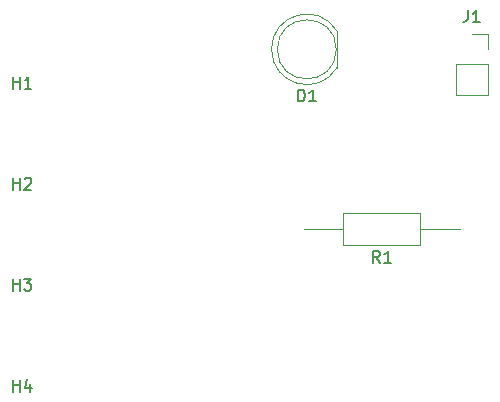
<source format=gbr>
%TF.GenerationSoftware,KiCad,Pcbnew,7.0.6*%
%TF.CreationDate,2023-07-24T14:12:11+05:30*%
%TF.ProjectId,Class1,436c6173-7331-42e6-9b69-6361645f7063,rev?*%
%TF.SameCoordinates,Original*%
%TF.FileFunction,Legend,Top*%
%TF.FilePolarity,Positive*%
%FSLAX46Y46*%
G04 Gerber Fmt 4.6, Leading zero omitted, Abs format (unit mm)*
G04 Created by KiCad (PCBNEW 7.0.6) date 2023-07-24 14:12:11*
%MOMM*%
%LPD*%
G01*
G04 APERTURE LIST*
%ADD10C,0.150000*%
%ADD11C,0.120000*%
G04 APERTURE END LIST*
D10*
X152233333Y-81564819D02*
X151900000Y-81088628D01*
X151661905Y-81564819D02*
X151661905Y-80564819D01*
X151661905Y-80564819D02*
X152042857Y-80564819D01*
X152042857Y-80564819D02*
X152138095Y-80612438D01*
X152138095Y-80612438D02*
X152185714Y-80660057D01*
X152185714Y-80660057D02*
X152233333Y-80755295D01*
X152233333Y-80755295D02*
X152233333Y-80898152D01*
X152233333Y-80898152D02*
X152185714Y-80993390D01*
X152185714Y-80993390D02*
X152138095Y-81041009D01*
X152138095Y-81041009D02*
X152042857Y-81088628D01*
X152042857Y-81088628D02*
X151661905Y-81088628D01*
X153185714Y-81564819D02*
X152614286Y-81564819D01*
X152900000Y-81564819D02*
X152900000Y-80564819D01*
X152900000Y-80564819D02*
X152804762Y-80707676D01*
X152804762Y-80707676D02*
X152709524Y-80802914D01*
X152709524Y-80802914D02*
X152614286Y-80850533D01*
X159686666Y-60184819D02*
X159686666Y-60899104D01*
X159686666Y-60899104D02*
X159639047Y-61041961D01*
X159639047Y-61041961D02*
X159543809Y-61137200D01*
X159543809Y-61137200D02*
X159400952Y-61184819D01*
X159400952Y-61184819D02*
X159305714Y-61184819D01*
X160686666Y-61184819D02*
X160115238Y-61184819D01*
X160400952Y-61184819D02*
X160400952Y-60184819D01*
X160400952Y-60184819D02*
X160305714Y-60327676D01*
X160305714Y-60327676D02*
X160210476Y-60422914D01*
X160210476Y-60422914D02*
X160115238Y-60470533D01*
X121158095Y-92474819D02*
X121158095Y-91474819D01*
X121158095Y-91951009D02*
X121729523Y-91951009D01*
X121729523Y-92474819D02*
X121729523Y-91474819D01*
X122634285Y-91808152D02*
X122634285Y-92474819D01*
X122396190Y-91427200D02*
X122158095Y-92141485D01*
X122158095Y-92141485D02*
X122777142Y-92141485D01*
X121158095Y-83924819D02*
X121158095Y-82924819D01*
X121158095Y-83401009D02*
X121729523Y-83401009D01*
X121729523Y-83924819D02*
X121729523Y-82924819D01*
X122110476Y-82924819D02*
X122729523Y-82924819D01*
X122729523Y-82924819D02*
X122396190Y-83305771D01*
X122396190Y-83305771D02*
X122539047Y-83305771D01*
X122539047Y-83305771D02*
X122634285Y-83353390D01*
X122634285Y-83353390D02*
X122681904Y-83401009D01*
X122681904Y-83401009D02*
X122729523Y-83496247D01*
X122729523Y-83496247D02*
X122729523Y-83734342D01*
X122729523Y-83734342D02*
X122681904Y-83829580D01*
X122681904Y-83829580D02*
X122634285Y-83877200D01*
X122634285Y-83877200D02*
X122539047Y-83924819D01*
X122539047Y-83924819D02*
X122253333Y-83924819D01*
X122253333Y-83924819D02*
X122158095Y-83877200D01*
X122158095Y-83877200D02*
X122110476Y-83829580D01*
X121158095Y-75374819D02*
X121158095Y-74374819D01*
X121158095Y-74851009D02*
X121729523Y-74851009D01*
X121729523Y-75374819D02*
X121729523Y-74374819D01*
X122158095Y-74470057D02*
X122205714Y-74422438D01*
X122205714Y-74422438D02*
X122300952Y-74374819D01*
X122300952Y-74374819D02*
X122539047Y-74374819D01*
X122539047Y-74374819D02*
X122634285Y-74422438D01*
X122634285Y-74422438D02*
X122681904Y-74470057D01*
X122681904Y-74470057D02*
X122729523Y-74565295D01*
X122729523Y-74565295D02*
X122729523Y-74660533D01*
X122729523Y-74660533D02*
X122681904Y-74803390D01*
X122681904Y-74803390D02*
X122110476Y-75374819D01*
X122110476Y-75374819D02*
X122729523Y-75374819D01*
X121158095Y-66824819D02*
X121158095Y-65824819D01*
X121158095Y-66301009D02*
X121729523Y-66301009D01*
X121729523Y-66824819D02*
X121729523Y-65824819D01*
X122729523Y-66824819D02*
X122158095Y-66824819D01*
X122443809Y-66824819D02*
X122443809Y-65824819D01*
X122443809Y-65824819D02*
X122348571Y-65967676D01*
X122348571Y-65967676D02*
X122253333Y-66062914D01*
X122253333Y-66062914D02*
X122158095Y-66110533D01*
X145311905Y-67914819D02*
X145311905Y-66914819D01*
X145311905Y-66914819D02*
X145550000Y-66914819D01*
X145550000Y-66914819D02*
X145692857Y-66962438D01*
X145692857Y-66962438D02*
X145788095Y-67057676D01*
X145788095Y-67057676D02*
X145835714Y-67152914D01*
X145835714Y-67152914D02*
X145883333Y-67343390D01*
X145883333Y-67343390D02*
X145883333Y-67486247D01*
X145883333Y-67486247D02*
X145835714Y-67676723D01*
X145835714Y-67676723D02*
X145788095Y-67771961D01*
X145788095Y-67771961D02*
X145692857Y-67867200D01*
X145692857Y-67867200D02*
X145550000Y-67914819D01*
X145550000Y-67914819D02*
X145311905Y-67914819D01*
X146835714Y-67914819D02*
X146264286Y-67914819D01*
X146550000Y-67914819D02*
X146550000Y-66914819D01*
X146550000Y-66914819D02*
X146454762Y-67057676D01*
X146454762Y-67057676D02*
X146359524Y-67152914D01*
X146359524Y-67152914D02*
X146264286Y-67200533D01*
D11*
%TO.C,R1*%
X158980000Y-78740000D02*
X155670000Y-78740000D01*
X155670000Y-80110000D02*
X155670000Y-77370000D01*
X155670000Y-77370000D02*
X149130000Y-77370000D01*
X149130000Y-80110000D02*
X155670000Y-80110000D01*
X145820000Y-78740000D02*
X149130000Y-78740000D01*
X149130000Y-77370000D02*
X149130000Y-80110000D01*
%TO.C,J1*%
X158690000Y-64770000D02*
X158690000Y-67370000D01*
X161350000Y-64770000D02*
X161350000Y-67370000D01*
X158690000Y-64770000D02*
X161350000Y-64770000D01*
X160020000Y-62170000D02*
X161350000Y-62170000D01*
X161350000Y-62170000D02*
X161350000Y-63500000D01*
X158690000Y-67370000D02*
X161350000Y-67370000D01*
%TO.C,D1*%
X148610000Y-65045000D02*
X148610000Y-61955000D01*
X148610000Y-61955170D02*
G75*
G03*
X143060000Y-63500462I-2560000J-1544830D01*
G01*
X143060001Y-63499538D02*
G75*
G03*
X148609999Y-65044830I2989999J-462D01*
G01*
X148550000Y-63500000D02*
G75*
G03*
X148550000Y-63500000I-2500000J0D01*
G01*
%TD*%
M02*

</source>
